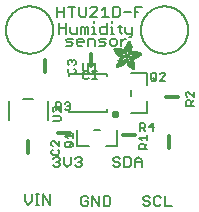
<source format=gbr>
G04 EAGLE Gerber RS-274X export*
G75*
%MOMM*%
%FSLAX34Y34*%
%LPD*%
%INSilkscreen Top*%
%IPPOS*%
%AMOC8*
5,1,8,0,0,1.08239X$1,22.5*%
G01*
%ADD10C,0.152400*%
%ADD11C,0.127000*%
%ADD12C,0.304800*%
%ADD13C,0.203200*%
%ADD14R,0.034300X0.003800*%
%ADD15R,0.057200X0.003800*%
%ADD16R,0.076200X0.003800*%
%ADD17R,0.091400X0.003800*%
%ADD18R,0.102900X0.003800*%
%ADD19R,0.114300X0.003900*%
%ADD20R,0.129500X0.003800*%
%ADD21R,0.137200X0.003800*%
%ADD22R,0.144800X0.003800*%
%ADD23R,0.152400X0.003800*%
%ADD24R,0.160000X0.003800*%
%ADD25R,0.171500X0.003800*%
%ADD26R,0.175300X0.003800*%
%ADD27R,0.182900X0.003800*%
%ADD28R,0.190500X0.003800*%
%ADD29R,0.194300X0.003900*%
%ADD30R,0.201900X0.003800*%
%ADD31R,0.209500X0.003800*%
%ADD32R,0.213400X0.003800*%
%ADD33R,0.221000X0.003800*%
%ADD34R,0.224800X0.003800*%
%ADD35R,0.232400X0.003800*%
%ADD36R,0.240000X0.003800*%
%ADD37R,0.243800X0.003800*%
%ADD38R,0.247600X0.003800*%
%ADD39R,0.255300X0.003900*%
%ADD40R,0.259100X0.003800*%
%ADD41R,0.262900X0.003800*%
%ADD42R,0.270500X0.003800*%
%ADD43R,0.274300X0.003800*%
%ADD44R,0.281900X0.003800*%
%ADD45R,0.285700X0.003800*%
%ADD46R,0.289500X0.003800*%
%ADD47R,0.297200X0.003800*%
%ADD48R,0.301000X0.003800*%
%ADD49R,0.304800X0.003900*%
%ADD50R,0.312400X0.003800*%
%ADD51R,0.316200X0.003800*%
%ADD52R,0.320000X0.003800*%
%ADD53R,0.327600X0.003800*%
%ADD54R,0.331500X0.003800*%
%ADD55R,0.339100X0.003800*%
%ADD56R,0.342900X0.003800*%
%ADD57R,0.346700X0.003800*%
%ADD58R,0.354300X0.003800*%
%ADD59R,0.358100X0.003900*%
%ADD60R,0.361900X0.003800*%
%ADD61R,0.369600X0.003800*%
%ADD62R,0.373400X0.003800*%
%ADD63R,0.377200X0.003800*%
%ADD64R,0.384800X0.003800*%
%ADD65R,0.388600X0.003800*%
%ADD66R,0.396200X0.003800*%
%ADD67R,0.400000X0.003800*%
%ADD68R,0.403800X0.003800*%
%ADD69R,0.411500X0.003900*%
%ADD70R,0.415300X0.003800*%
%ADD71R,0.419100X0.003800*%
%ADD72R,0.045700X0.003800*%
%ADD73R,0.426700X0.003800*%
%ADD74R,0.072400X0.003800*%
%ADD75R,0.430500X0.003800*%
%ADD76R,0.095300X0.003800*%
%ADD77R,0.438100X0.003800*%
%ADD78R,0.110500X0.003800*%
%ADD79R,0.441900X0.003800*%
%ADD80R,0.445800X0.003800*%
%ADD81R,0.144700X0.003800*%
%ADD82R,0.453400X0.003800*%
%ADD83R,0.457200X0.003800*%
%ADD84R,0.175300X0.003900*%
%ADD85R,0.461000X0.003900*%
%ADD86R,0.468600X0.003800*%
%ADD87R,0.205800X0.003800*%
%ADD88R,0.472400X0.003800*%
%ADD89R,0.217200X0.003800*%
%ADD90R,0.476200X0.003800*%
%ADD91R,0.483900X0.003800*%
%ADD92R,0.247700X0.003800*%
%ADD93R,0.487700X0.003800*%
%ADD94R,0.495300X0.003800*%
%ADD95R,0.499100X0.003800*%
%ADD96R,0.502900X0.003800*%
%ADD97R,0.510500X0.003800*%
%ADD98R,0.308600X0.003900*%
%ADD99R,0.514300X0.003900*%
%ADD100R,0.323800X0.003800*%
%ADD101R,0.518100X0.003800*%
%ADD102R,0.335300X0.003800*%
%ADD103R,0.525800X0.003800*%
%ADD104R,0.529600X0.003800*%
%ADD105R,0.358100X0.003800*%
%ADD106R,0.533400X0.003800*%
%ADD107R,0.537200X0.003800*%
%ADD108R,0.381000X0.003800*%
%ADD109R,0.544800X0.003800*%
%ADD110R,0.392400X0.003800*%
%ADD111R,0.548600X0.003800*%
%ADD112R,0.552400X0.003800*%
%ADD113R,0.556200X0.003800*%
%ADD114R,0.422900X0.003900*%
%ADD115R,0.560100X0.003900*%
%ADD116R,0.434300X0.003800*%
%ADD117R,0.563900X0.003800*%
%ADD118R,0.567700X0.003800*%
%ADD119R,0.461000X0.003800*%
%ADD120R,0.571500X0.003800*%
%ADD121R,0.575300X0.003800*%
%ADD122R,0.480100X0.003800*%
%ADD123R,0.579100X0.003800*%
%ADD124R,0.491500X0.003800*%
%ADD125R,0.582900X0.003800*%
%ADD126R,0.586700X0.003800*%
%ADD127R,0.510600X0.003800*%
%ADD128R,0.590500X0.003800*%
%ADD129R,0.522000X0.003800*%
%ADD130R,0.594300X0.003800*%
%ADD131R,0.533400X0.003900*%
%ADD132R,0.598200X0.003900*%
%ADD133R,0.541000X0.003800*%
%ADD134R,0.602000X0.003800*%
%ADD135R,0.552500X0.003800*%
%ADD136R,0.605800X0.003800*%
%ADD137R,0.560100X0.003800*%
%ADD138R,0.609600X0.003800*%
%ADD139R,0.613400X0.003800*%
%ADD140R,0.583000X0.003800*%
%ADD141R,0.617200X0.003800*%
%ADD142R,0.594400X0.003800*%
%ADD143R,0.621000X0.003800*%
%ADD144R,0.598200X0.003800*%
%ADD145R,0.624800X0.003800*%
%ADD146R,0.613500X0.003900*%
%ADD147R,0.628600X0.003900*%
%ADD148R,0.632400X0.003800*%
%ADD149R,0.628600X0.003800*%
%ADD150R,0.636300X0.003800*%
%ADD151R,0.640100X0.003800*%
%ADD152R,0.636200X0.003800*%
%ADD153R,0.643900X0.003800*%
%ADD154R,0.647700X0.003800*%
%ADD155R,0.651500X0.003800*%
%ADD156R,0.659100X0.003800*%
%ADD157R,0.659100X0.003900*%
%ADD158R,0.655300X0.003900*%
%ADD159R,0.662900X0.003800*%
%ADD160R,0.655300X0.003800*%
%ADD161R,0.670500X0.003800*%
%ADD162R,0.670600X0.003800*%
%ADD163R,0.674400X0.003800*%
%ADD164R,0.682000X0.003800*%
%ADD165R,0.666700X0.003800*%
%ADD166R,0.685800X0.003800*%
%ADD167R,0.689600X0.003800*%
%ADD168R,0.693400X0.003900*%
%ADD169R,0.674400X0.003900*%
%ADD170R,0.697200X0.003800*%
%ADD171R,0.678200X0.003800*%
%ADD172R,0.697300X0.003800*%
%ADD173R,0.701100X0.003800*%
%ADD174R,0.704900X0.003800*%
%ADD175R,0.708700X0.003800*%
%ADD176R,0.712500X0.003800*%
%ADD177R,0.716300X0.003800*%
%ADD178R,0.720100X0.003900*%
%ADD179R,0.689600X0.003900*%
%ADD180R,0.720000X0.003800*%
%ADD181R,0.693400X0.003800*%
%ADD182R,0.723900X0.003800*%
%ADD183R,0.727700X0.003800*%
%ADD184R,0.731500X0.003800*%
%ADD185R,0.701000X0.003800*%
%ADD186R,0.735300X0.003800*%
%ADD187R,0.731500X0.003900*%
%ADD188R,0.701000X0.003900*%
%ADD189R,0.704800X0.003800*%
%ADD190R,0.739100X0.003800*%
%ADD191R,0.743000X0.003800*%
%ADD192R,0.739200X0.003800*%
%ADD193R,0.743000X0.003900*%
%ADD194R,0.704800X0.003900*%
%ADD195R,0.746800X0.003800*%
%ADD196R,0.746800X0.003900*%
%ADD197R,0.742900X0.003800*%
%ADD198R,0.746700X0.003800*%
%ADD199R,0.746700X0.003900*%
%ADD200R,1.428800X0.003800*%
%ADD201R,1.424900X0.003800*%
%ADD202R,1.421100X0.003900*%
%ADD203R,1.421100X0.003800*%
%ADD204R,1.417300X0.003800*%
%ADD205R,1.413500X0.003800*%
%ADD206R,1.409700X0.003800*%
%ADD207R,1.405900X0.003800*%
%ADD208R,1.402100X0.003800*%
%ADD209R,1.398300X0.003800*%
%ADD210R,0.983000X0.003900*%
%ADD211R,0.384800X0.003900*%
%ADD212R,0.971600X0.003800*%
%ADD213R,0.963900X0.003800*%
%ADD214R,0.956300X0.003800*%
%ADD215R,0.365800X0.003800*%
%ADD216R,0.952500X0.003800*%
%ADD217R,0.941000X0.003800*%
%ADD218R,0.358200X0.003800*%
%ADD219R,0.937200X0.003800*%
%ADD220R,0.933400X0.003800*%
%ADD221R,0.354400X0.003800*%
%ADD222R,0.925800X0.003800*%
%ADD223R,0.350500X0.003800*%
%ADD224R,0.922000X0.003800*%
%ADD225R,0.918200X0.003900*%
%ADD226R,0.346700X0.003900*%
%ADD227R,0.910600X0.003800*%
%ADD228R,0.906800X0.003800*%
%ADD229R,0.903000X0.003800*%
%ADD230R,0.339000X0.003800*%
%ADD231R,0.895300X0.003800*%
%ADD232R,0.335200X0.003800*%
%ADD233R,0.887700X0.003800*%
%ADD234R,0.883900X0.003800*%
%ADD235R,0.331400X0.003800*%
%ADD236R,0.880100X0.003800*%
%ADD237R,0.876300X0.003800*%
%ADD238R,0.468600X0.003900*%
%ADD239R,0.396200X0.003900*%
%ADD240R,0.323800X0.003900*%
%ADD241R,0.449600X0.003800*%
%ADD242R,0.323900X0.003800*%
%ADD243R,0.442000X0.003800*%
%ADD244R,0.434400X0.003800*%
%ADD245R,0.320100X0.003800*%
%ADD246R,0.316300X0.003800*%
%ADD247R,0.426800X0.003800*%
%ADD248R,0.327700X0.003800*%
%ADD249R,0.312500X0.003800*%
%ADD250R,0.422900X0.003800*%
%ADD251R,0.308600X0.003800*%
%ADD252R,0.293400X0.003800*%
%ADD253R,0.304800X0.003800*%
%ADD254R,0.419100X0.003900*%
%ADD255R,0.285700X0.003900*%
%ADD256R,0.301000X0.003900*%
%ADD257R,0.411500X0.003800*%
%ADD258R,0.407700X0.003800*%
%ADD259R,0.289600X0.003800*%
%ADD260R,0.285800X0.003800*%
%ADD261R,0.403900X0.003800*%
%ADD262R,0.228600X0.003800*%
%ADD263R,0.403900X0.003900*%
%ADD264R,0.221000X0.003900*%
%ADD265R,0.278100X0.003900*%
%ADD266R,0.400100X0.003800*%
%ADD267R,0.209600X0.003800*%
%ADD268R,0.266700X0.003800*%
%ADD269R,0.038100X0.003800*%
%ADD270R,0.194300X0.003800*%
%ADD271R,0.148600X0.003800*%
%ADD272R,0.259000X0.003800*%
%ADD273R,0.182800X0.003800*%
%ADD274R,0.186700X0.003800*%
%ADD275R,0.251400X0.003800*%
%ADD276R,0.179100X0.003800*%
%ADD277R,0.236200X0.003800*%
%ADD278R,0.243900X0.003900*%
%ADD279R,0.282000X0.003900*%
%ADD280R,0.167700X0.003800*%
%ADD281R,0.236300X0.003800*%
%ADD282R,0.396300X0.003800*%
%ADD283R,0.163900X0.003800*%
%ADD284R,0.392500X0.003800*%
%ADD285R,0.160100X0.003800*%
%ADD286R,0.586800X0.003800*%
%ADD287R,0.148500X0.003800*%
%ADD288R,0.140900X0.003800*%
%ADD289R,0.392400X0.003900*%
%ADD290R,0.140900X0.003900*%
%ADD291R,0.647700X0.003900*%
%ADD292R,0.133300X0.003800*%
%ADD293R,0.674300X0.003800*%
%ADD294R,0.388700X0.003800*%
%ADD295R,0.125700X0.003800*%
%ADD296R,0.121900X0.003800*%
%ADD297R,0.720100X0.003800*%
%ADD298R,0.118100X0.003800*%
%ADD299R,0.118100X0.003900*%
%ADD300R,0.739100X0.003900*%
%ADD301R,0.114300X0.003800*%
%ADD302R,0.754400X0.003800*%
%ADD303R,0.765800X0.003800*%
%ADD304R,0.773400X0.003800*%
%ADD305R,0.784800X0.003800*%
%ADD306R,0.118200X0.003800*%
%ADD307R,0.792500X0.003800*%
%ADD308R,0.803900X0.003800*%
%ADD309R,0.122000X0.003800*%
%ADD310R,0.815400X0.003800*%
%ADD311R,0.125800X0.003800*%
%ADD312R,0.826800X0.003800*%
%ADD313R,0.369500X0.003900*%
%ADD314R,0.133400X0.003900*%
%ADD315R,0.842000X0.003900*%
%ADD316R,0.365700X0.003800*%
%ADD317R,1.009700X0.003800*%
%ADD318R,1.013500X0.003800*%
%ADD319R,0.362000X0.003800*%
%ADD320R,1.024900X0.003800*%
%ADD321R,1.028700X0.003800*%
%ADD322R,1.036300X0.003800*%
%ADD323R,1.047800X0.003800*%
%ADD324R,1.055400X0.003800*%
%ADD325R,1.070600X0.003800*%
%ADD326R,0.030500X0.003800*%
%ADD327R,1.436400X0.003800*%
%ADD328R,1.562100X0.003900*%
%ADD329R,1.588700X0.003800*%
%ADD330R,1.607800X0.003800*%
%ADD331R,1.626900X0.003800*%
%ADD332R,1.642100X0.003800*%
%ADD333R,1.657400X0.003800*%
%ADD334R,1.676400X0.003800*%
%ADD335R,1.687800X0.003800*%
%ADD336R,1.703000X0.003800*%
%ADD337R,1.714500X0.003800*%
%ADD338R,1.726000X0.003900*%
%ADD339R,1.741200X0.003800*%
%ADD340R,0.914400X0.003800*%
%ADD341R,0.769600X0.003800*%
%ADD342R,0.884000X0.003800*%
%ADD343R,0.712400X0.003800*%
%ADD344R,0.880100X0.003900*%
%ADD345R,0.887800X0.003800*%
%ADD346R,0.891600X0.003800*%
%ADD347R,0.895400X0.003800*%
%ADD348R,0.251500X0.003800*%
%ADD349R,0.579200X0.003900*%
%ADD350R,0.243900X0.003800*%
%ADD351R,0.556300X0.003800*%
%ADD352R,0.255200X0.003800*%
%ADD353R,0.529500X0.003800*%
%ADD354R,0.731600X0.003800*%
%ADD355R,0.525800X0.003900*%
%ADD356R,0.281900X0.003900*%
%ADD357R,0.735400X0.003900*%
%ADD358R,0.300900X0.003800*%
%ADD359R,0.762000X0.003800*%
%ADD360R,0.518200X0.003800*%
%ADD361R,0.350600X0.003800*%
%ADD362R,0.796300X0.003800*%
%ADD363R,0.807800X0.003800*%
%ADD364R,0.506700X0.003800*%
%ADD365R,0.849600X0.003800*%
%ADD366R,0.506700X0.003900*%
%ADD367R,1.371600X0.003900*%
%ADD368R,1.207800X0.003800*%
%ADD369R,0.503000X0.003800*%
%ADD370R,0.141000X0.003800*%
%ADD371R,1.203900X0.003800*%
%ADD372R,1.204000X0.003800*%
%ADD373R,1.200200X0.003800*%
%ADD374R,0.499100X0.003900*%
%ADD375R,0.156200X0.003900*%
%ADD376R,1.196400X0.003900*%
%ADD377R,1.196400X0.003800*%
%ADD378R,0.163800X0.003800*%
%ADD379R,0.167600X0.003800*%
%ADD380R,1.192500X0.003800*%
%ADD381R,0.499200X0.003800*%
%ADD382R,1.188700X0.003800*%
%ADD383R,0.506800X0.003800*%
%ADD384R,1.184900X0.003800*%
%ADD385R,0.510600X0.003900*%
%ADD386R,0.209600X0.003900*%
%ADD387R,1.181100X0.003900*%
%ADD388R,0.514400X0.003800*%
%ADD389R,1.181100X0.003800*%
%ADD390R,1.177300X0.003800*%
%ADD391R,0.240100X0.003800*%
%ADD392R,1.173500X0.003800*%
%ADD393R,1.169700X0.003800*%
%ADD394R,1.165900X0.003800*%
%ADD395R,1.162100X0.003800*%
%ADD396R,0.929700X0.003900*%
%ADD397R,1.162100X0.003900*%
%ADD398R,0.929700X0.003800*%
%ADD399R,1.154500X0.003800*%
%ADD400R,0.933500X0.003800*%
%ADD401R,1.150600X0.003800*%
%ADD402R,0.937300X0.003800*%
%ADD403R,1.146800X0.003800*%
%ADD404R,0.941100X0.003800*%
%ADD405R,1.139200X0.003800*%
%ADD406R,0.944900X0.003800*%
%ADD407R,1.135400X0.003800*%
%ADD408R,0.948700X0.003800*%
%ADD409R,1.127800X0.003800*%
%ADD410R,1.124000X0.003800*%
%ADD411R,1.116400X0.003800*%
%ADD412R,0.956300X0.003900*%
%ADD413R,1.104900X0.003900*%
%ADD414R,0.960100X0.003800*%
%ADD415R,1.093500X0.003800*%
%ADD416R,1.085900X0.003800*%
%ADD417R,0.967800X0.003800*%
%ADD418R,1.074500X0.003800*%
%ADD419R,1.063000X0.003800*%
%ADD420R,0.975400X0.003800*%
%ADD421R,1.036400X0.003800*%
%ADD422R,0.979200X0.003800*%
%ADD423R,1.021000X0.003800*%
%ADD424R,0.983000X0.003800*%
%ADD425R,1.009600X0.003800*%
%ADD426R,0.986800X0.003800*%
%ADD427R,0.998200X0.003800*%
%ADD428R,0.990600X0.003900*%
%ADD429R,0.986700X0.003900*%
%ADD430R,0.994400X0.003800*%
%ADD431R,0.975300X0.003800*%
%ADD432R,0.948600X0.003800*%
%ADD433R,1.002000X0.003800*%
%ADD434R,0.213300X0.003800*%
%ADD435R,0.217100X0.003800*%
%ADD436R,1.017300X0.003800*%
%ADD437R,0.666800X0.003800*%
%ADD438R,0.220900X0.003800*%
%ADD439R,1.028700X0.003900*%
%ADD440R,0.224700X0.003900*%
%ADD441R,1.032500X0.003800*%
%ADD442R,1.040100X0.003800*%
%ADD443R,1.043900X0.003800*%
%ADD444R,0.548700X0.003800*%
%ADD445R,1.051500X0.003800*%
%ADD446R,1.055300X0.003800*%
%ADD447R,1.059100X0.003800*%
%ADD448R,1.062900X0.003800*%
%ADD449R,0.255300X0.003800*%
%ADD450R,1.066800X0.003900*%
%ADD451R,0.259100X0.003900*%
%ADD452R,0.457200X0.003900*%
%ADD453R,0.423000X0.003800*%
%ADD454R,1.082100X0.003800*%
%ADD455R,0.274400X0.003800*%
%ADD456R,0.278200X0.003800*%
%ADD457R,1.101100X0.003800*%
%ADD458R,0.278100X0.003800*%
%ADD459R,0.876300X0.003900*%
%ADD460R,0.236200X0.003900*%
%ADD461R,0.289600X0.003900*%
%ADD462R,0.247700X0.003900*%
%ADD463R,0.049500X0.003800*%
%ADD464R,0.640100X0.003900*%
%ADD465R,0.659200X0.003800*%
%ADD466R,0.663000X0.003800*%
%ADD467R,0.872500X0.003900*%
%ADD468R,0.666800X0.003900*%
%ADD469R,0.872500X0.003800*%
%ADD470R,0.868700X0.003800*%
%ADD471R,0.864900X0.003800*%
%ADD472R,0.861100X0.003800*%
%ADD473R,0.857300X0.003800*%
%ADD474R,0.853400X0.003800*%
%ADD475R,0.845800X0.003800*%
%ADD476R,0.682000X0.003900*%
%ADD477R,0.842000X0.003800*%
%ADD478R,0.834400X0.003800*%
%ADD479R,0.823000X0.003800*%
%ADD480R,0.815300X0.003800*%
%ADD481R,0.811500X0.003800*%
%ADD482R,0.788700X0.003800*%
%ADD483R,0.777300X0.003900*%
%ADD484R,0.750600X0.003800*%
%ADD485R,0.735400X0.003800*%
%ADD486R,0.727800X0.003800*%
%ADD487R,0.628700X0.003800*%
%ADD488R,0.575400X0.003800*%
%ADD489R,0.670600X0.003900*%
%ADD490R,0.655400X0.003800*%
%ADD491R,0.651500X0.003900*%
%ADD492R,0.624800X0.003900*%
%ADD493R,0.594400X0.003900*%
%ADD494R,0.563900X0.003900*%
%ADD495R,0.541100X0.003800*%
%ADD496R,0.537300X0.003800*%
%ADD497R,0.525700X0.003800*%
%ADD498R,0.525700X0.003900*%
%ADD499R,0.514300X0.003800*%
%ADD500R,0.480100X0.003900*%
%ADD501R,0.464800X0.003800*%
%ADD502R,0.442000X0.003900*%
%ADD503R,0.438200X0.003800*%
%ADD504R,0.430600X0.003800*%
%ADD505R,0.407600X0.003800*%
%ADD506R,0.403800X0.003900*%
%ADD507R,0.365700X0.003900*%
%ADD508R,0.327700X0.003900*%
%ADD509R,0.243800X0.003900*%
%ADD510R,0.205800X0.003900*%
%ADD511R,0.198100X0.003800*%
%ADD512R,0.163800X0.003900*%
%ADD513R,0.137100X0.003800*%
%ADD514R,0.091500X0.003900*%
%ADD515R,0.060900X0.003800*%


D10*
X21308Y13215D02*
X21308Y7453D01*
X24190Y4572D01*
X27071Y7453D01*
X27071Y13215D01*
X30664Y4572D02*
X33545Y4572D01*
X32104Y4572D02*
X32104Y13215D01*
X30664Y13215D02*
X33545Y13215D01*
X36900Y13215D02*
X36900Y4572D01*
X42663Y4572D02*
X36900Y13215D01*
X42663Y13215D02*
X42663Y4572D01*
X45149Y43525D02*
X46590Y44965D01*
X49471Y44965D01*
X50911Y43525D01*
X50911Y42084D01*
X49471Y40644D01*
X48030Y40644D01*
X49471Y40644D02*
X50911Y39203D01*
X50911Y37763D01*
X49471Y36322D01*
X46590Y36322D01*
X45149Y37763D01*
X54504Y39203D02*
X54504Y44965D01*
X54504Y39203D02*
X57386Y36322D01*
X60267Y39203D01*
X60267Y44965D01*
X63860Y43525D02*
X65300Y44965D01*
X68181Y44965D01*
X69622Y43525D01*
X69622Y42084D01*
X68181Y40644D01*
X66741Y40644D01*
X68181Y40644D02*
X69622Y39203D01*
X69622Y37763D01*
X68181Y36322D01*
X65300Y36322D01*
X63860Y37763D01*
X73601Y11945D02*
X75041Y10505D01*
X73601Y11945D02*
X70720Y11945D01*
X69279Y10505D01*
X69279Y4743D01*
X70720Y3302D01*
X73601Y3302D01*
X75041Y4743D01*
X75041Y7624D01*
X72160Y7624D01*
X78634Y11945D02*
X78634Y3302D01*
X84397Y3302D02*
X78634Y11945D01*
X84397Y11945D02*
X84397Y3302D01*
X87990Y3302D02*
X87990Y11945D01*
X87990Y3302D02*
X92311Y3302D01*
X93752Y4743D01*
X93752Y10505D01*
X92311Y11945D01*
X87990Y11945D01*
X101711Y43525D02*
X100271Y44965D01*
X97390Y44965D01*
X95949Y43525D01*
X95949Y42084D01*
X97390Y40644D01*
X100271Y40644D01*
X101711Y39203D01*
X101711Y37763D01*
X100271Y36322D01*
X97390Y36322D01*
X95949Y37763D01*
X105304Y36322D02*
X105304Y44965D01*
X105304Y36322D02*
X109626Y36322D01*
X111067Y37763D01*
X111067Y43525D01*
X109626Y44965D01*
X105304Y44965D01*
X114660Y42084D02*
X114660Y36322D01*
X114660Y42084D02*
X117541Y44965D01*
X120422Y42084D01*
X120422Y36322D01*
X120422Y40644D02*
X114660Y40644D01*
X125671Y11945D02*
X127111Y10505D01*
X125671Y11945D02*
X122790Y11945D01*
X121349Y10505D01*
X121349Y9064D01*
X122790Y7624D01*
X125671Y7624D01*
X127111Y6183D01*
X127111Y4743D01*
X125671Y3302D01*
X122790Y3302D01*
X121349Y4743D01*
X135026Y11945D02*
X136467Y10505D01*
X135026Y11945D02*
X132145Y11945D01*
X130704Y10505D01*
X130704Y4743D01*
X132145Y3302D01*
X135026Y3302D01*
X136467Y4743D01*
X140060Y3302D02*
X140060Y11945D01*
X140060Y3302D02*
X145822Y3302D01*
D11*
X48895Y163195D02*
X48895Y172093D01*
X48895Y167644D02*
X54827Y167644D01*
X54827Y172093D02*
X54827Y163195D01*
X61216Y163195D02*
X61216Y172093D01*
X58250Y172093D02*
X64182Y172093D01*
X67605Y172093D02*
X67605Y164678D01*
X69088Y163195D01*
X72054Y163195D01*
X73537Y164678D01*
X73537Y172093D01*
X76961Y163195D02*
X82892Y163195D01*
X76961Y163195D02*
X82892Y169127D01*
X82892Y170610D01*
X81409Y172093D01*
X78443Y172093D01*
X76961Y170610D01*
X86316Y169127D02*
X89282Y172093D01*
X89282Y163195D01*
X92247Y163195D02*
X86316Y163195D01*
X95671Y163195D02*
X95671Y172093D01*
X95671Y163195D02*
X100120Y163195D01*
X101603Y164678D01*
X101603Y170610D01*
X100120Y172093D01*
X95671Y172093D01*
X105026Y167644D02*
X110958Y167644D01*
X114381Y163195D02*
X114381Y172093D01*
X120313Y172093D01*
X117347Y167644D02*
X114381Y167644D01*
X50442Y158123D02*
X50442Y149225D01*
X50442Y153674D02*
X56374Y153674D01*
X56374Y158123D02*
X56374Y149225D01*
X59797Y150708D02*
X59797Y155157D01*
X59797Y150708D02*
X61280Y149225D01*
X65729Y149225D01*
X65729Y155157D01*
X69152Y155157D02*
X69152Y149225D01*
X69152Y155157D02*
X70635Y155157D01*
X72118Y153674D01*
X72118Y149225D01*
X72118Y153674D02*
X73601Y155157D01*
X75084Y153674D01*
X75084Y149225D01*
X78507Y155157D02*
X79990Y155157D01*
X79990Y149225D01*
X78507Y149225D02*
X81473Y149225D01*
X79990Y158123D02*
X79990Y159606D01*
X90676Y158123D02*
X90676Y149225D01*
X86227Y149225D01*
X84744Y150708D01*
X84744Y153674D01*
X86227Y155157D01*
X90676Y155157D01*
X94099Y155157D02*
X95582Y155157D01*
X95582Y149225D01*
X94099Y149225D02*
X97065Y149225D01*
X95582Y158123D02*
X95582Y159606D01*
X101819Y156640D02*
X101819Y150708D01*
X103302Y149225D01*
X103302Y155157D02*
X100336Y155157D01*
X106573Y155157D02*
X106573Y150708D01*
X108056Y149225D01*
X112505Y149225D01*
X112505Y147742D02*
X112505Y155157D01*
X112505Y147742D02*
X111022Y146259D01*
X109539Y146259D01*
X60348Y139065D02*
X55899Y139065D01*
X60348Y139065D02*
X61831Y140548D01*
X60348Y142031D01*
X57382Y142031D01*
X55899Y143514D01*
X57382Y144997D01*
X61831Y144997D01*
X66737Y139065D02*
X69703Y139065D01*
X66737Y139065D02*
X65254Y140548D01*
X65254Y143514D01*
X66737Y144997D01*
X69703Y144997D01*
X71186Y143514D01*
X71186Y142031D01*
X65254Y142031D01*
X74609Y139065D02*
X74609Y144997D01*
X79058Y144997D01*
X80541Y143514D01*
X80541Y139065D01*
X83965Y139065D02*
X88413Y139065D01*
X89896Y140548D01*
X88413Y142031D01*
X85448Y142031D01*
X83965Y143514D01*
X85448Y144997D01*
X89896Y144997D01*
X94803Y139065D02*
X97769Y139065D01*
X99252Y140548D01*
X99252Y143514D01*
X97769Y144997D01*
X94803Y144997D01*
X93320Y143514D01*
X93320Y140548D01*
X94803Y139065D01*
X102675Y139065D02*
X102675Y144997D01*
X102675Y142031D02*
X105641Y144997D01*
X107124Y144997D01*
D12*
X96530Y80960D02*
X96532Y81037D01*
X96538Y81114D01*
X96548Y81191D01*
X96562Y81267D01*
X96579Y81342D01*
X96601Y81416D01*
X96626Y81489D01*
X96656Y81561D01*
X96688Y81631D01*
X96725Y81699D01*
X96764Y81765D01*
X96807Y81829D01*
X96854Y81891D01*
X96903Y81950D01*
X96956Y82007D01*
X97011Y82061D01*
X97069Y82112D01*
X97130Y82160D01*
X97193Y82205D01*
X97258Y82246D01*
X97325Y82284D01*
X97394Y82319D01*
X97465Y82349D01*
X97537Y82377D01*
X97611Y82400D01*
X97685Y82420D01*
X97761Y82436D01*
X97837Y82448D01*
X97914Y82456D01*
X97991Y82460D01*
X98069Y82460D01*
X98146Y82456D01*
X98223Y82448D01*
X98299Y82436D01*
X98375Y82420D01*
X98449Y82400D01*
X98523Y82377D01*
X98595Y82349D01*
X98666Y82319D01*
X98735Y82284D01*
X98802Y82246D01*
X98867Y82205D01*
X98930Y82160D01*
X98991Y82112D01*
X99049Y82061D01*
X99104Y82007D01*
X99157Y81950D01*
X99206Y81891D01*
X99253Y81829D01*
X99296Y81765D01*
X99335Y81699D01*
X99372Y81631D01*
X99404Y81561D01*
X99434Y81489D01*
X99459Y81416D01*
X99481Y81342D01*
X99498Y81267D01*
X99512Y81191D01*
X99522Y81114D01*
X99528Y81037D01*
X99530Y80960D01*
X99528Y80883D01*
X99522Y80806D01*
X99512Y80729D01*
X99498Y80653D01*
X99481Y80578D01*
X99459Y80504D01*
X99434Y80431D01*
X99404Y80359D01*
X99372Y80289D01*
X99335Y80221D01*
X99296Y80155D01*
X99253Y80091D01*
X99206Y80029D01*
X99157Y79970D01*
X99104Y79913D01*
X99049Y79859D01*
X98991Y79808D01*
X98930Y79760D01*
X98867Y79715D01*
X98802Y79674D01*
X98735Y79636D01*
X98666Y79601D01*
X98595Y79571D01*
X98523Y79543D01*
X98449Y79520D01*
X98375Y79500D01*
X98299Y79484D01*
X98223Y79472D01*
X98146Y79464D01*
X98069Y79460D01*
X97991Y79460D01*
X97914Y79464D01*
X97837Y79472D01*
X97761Y79484D01*
X97685Y79500D01*
X97611Y79520D01*
X97537Y79543D01*
X97465Y79571D01*
X97394Y79601D01*
X97325Y79636D01*
X97258Y79674D01*
X97193Y79715D01*
X97130Y79760D01*
X97069Y79808D01*
X97011Y79859D01*
X96956Y79913D01*
X96903Y79970D01*
X96854Y80029D01*
X96807Y80091D01*
X96764Y80155D01*
X96725Y80221D01*
X96688Y80289D01*
X96656Y80359D01*
X96626Y80431D01*
X96601Y80504D01*
X96579Y80578D01*
X96562Y80653D01*
X96548Y80729D01*
X96538Y80806D01*
X96532Y80883D01*
X96530Y80960D01*
D11*
X58930Y113060D02*
X58930Y115060D01*
X90930Y115060D01*
X90930Y113060D01*
X58930Y85060D02*
X58930Y83060D01*
X90930Y83060D01*
X90930Y85060D01*
D10*
X70792Y118704D02*
X70792Y124212D01*
X70792Y118704D02*
X71894Y117602D01*
X74097Y117602D01*
X75198Y118704D01*
X75198Y124212D01*
X78276Y122008D02*
X80479Y124212D01*
X80479Y117602D01*
X78276Y117602D02*
X82683Y117602D01*
D13*
X5400Y152400D02*
X5406Y152891D01*
X5424Y153381D01*
X5454Y153871D01*
X5496Y154360D01*
X5550Y154848D01*
X5616Y155335D01*
X5694Y155819D01*
X5784Y156302D01*
X5886Y156782D01*
X5999Y157260D01*
X6124Y157734D01*
X6261Y158206D01*
X6409Y158674D01*
X6569Y159138D01*
X6740Y159598D01*
X6922Y160054D01*
X7116Y160505D01*
X7320Y160951D01*
X7536Y161392D01*
X7762Y161828D01*
X7998Y162258D01*
X8245Y162682D01*
X8503Y163100D01*
X8771Y163511D01*
X9048Y163916D01*
X9336Y164314D01*
X9633Y164705D01*
X9940Y165088D01*
X10256Y165463D01*
X10581Y165831D01*
X10915Y166191D01*
X11258Y166542D01*
X11609Y166885D01*
X11969Y167219D01*
X12337Y167544D01*
X12712Y167860D01*
X13095Y168167D01*
X13486Y168464D01*
X13884Y168752D01*
X14289Y169029D01*
X14700Y169297D01*
X15118Y169555D01*
X15542Y169802D01*
X15972Y170038D01*
X16408Y170264D01*
X16849Y170480D01*
X17295Y170684D01*
X17746Y170878D01*
X18202Y171060D01*
X18662Y171231D01*
X19126Y171391D01*
X19594Y171539D01*
X20066Y171676D01*
X20540Y171801D01*
X21018Y171914D01*
X21498Y172016D01*
X21981Y172106D01*
X22465Y172184D01*
X22952Y172250D01*
X23440Y172304D01*
X23929Y172346D01*
X24419Y172376D01*
X24909Y172394D01*
X25400Y172400D01*
X25891Y172394D01*
X26381Y172376D01*
X26871Y172346D01*
X27360Y172304D01*
X27848Y172250D01*
X28335Y172184D01*
X28819Y172106D01*
X29302Y172016D01*
X29782Y171914D01*
X30260Y171801D01*
X30734Y171676D01*
X31206Y171539D01*
X31674Y171391D01*
X32138Y171231D01*
X32598Y171060D01*
X33054Y170878D01*
X33505Y170684D01*
X33951Y170480D01*
X34392Y170264D01*
X34828Y170038D01*
X35258Y169802D01*
X35682Y169555D01*
X36100Y169297D01*
X36511Y169029D01*
X36916Y168752D01*
X37314Y168464D01*
X37705Y168167D01*
X38088Y167860D01*
X38463Y167544D01*
X38831Y167219D01*
X39191Y166885D01*
X39542Y166542D01*
X39885Y166191D01*
X40219Y165831D01*
X40544Y165463D01*
X40860Y165088D01*
X41167Y164705D01*
X41464Y164314D01*
X41752Y163916D01*
X42029Y163511D01*
X42297Y163100D01*
X42555Y162682D01*
X42802Y162258D01*
X43038Y161828D01*
X43264Y161392D01*
X43480Y160951D01*
X43684Y160505D01*
X43878Y160054D01*
X44060Y159598D01*
X44231Y159138D01*
X44391Y158674D01*
X44539Y158206D01*
X44676Y157734D01*
X44801Y157260D01*
X44914Y156782D01*
X45016Y156302D01*
X45106Y155819D01*
X45184Y155335D01*
X45250Y154848D01*
X45304Y154360D01*
X45346Y153871D01*
X45376Y153381D01*
X45394Y152891D01*
X45400Y152400D01*
X45394Y151909D01*
X45376Y151419D01*
X45346Y150929D01*
X45304Y150440D01*
X45250Y149952D01*
X45184Y149465D01*
X45106Y148981D01*
X45016Y148498D01*
X44914Y148018D01*
X44801Y147540D01*
X44676Y147066D01*
X44539Y146594D01*
X44391Y146126D01*
X44231Y145662D01*
X44060Y145202D01*
X43878Y144746D01*
X43684Y144295D01*
X43480Y143849D01*
X43264Y143408D01*
X43038Y142972D01*
X42802Y142542D01*
X42555Y142118D01*
X42297Y141700D01*
X42029Y141289D01*
X41752Y140884D01*
X41464Y140486D01*
X41167Y140095D01*
X40860Y139712D01*
X40544Y139337D01*
X40219Y138969D01*
X39885Y138609D01*
X39542Y138258D01*
X39191Y137915D01*
X38831Y137581D01*
X38463Y137256D01*
X38088Y136940D01*
X37705Y136633D01*
X37314Y136336D01*
X36916Y136048D01*
X36511Y135771D01*
X36100Y135503D01*
X35682Y135245D01*
X35258Y134998D01*
X34828Y134762D01*
X34392Y134536D01*
X33951Y134320D01*
X33505Y134116D01*
X33054Y133922D01*
X32598Y133740D01*
X32138Y133569D01*
X31674Y133409D01*
X31206Y133261D01*
X30734Y133124D01*
X30260Y132999D01*
X29782Y132886D01*
X29302Y132784D01*
X28819Y132694D01*
X28335Y132616D01*
X27848Y132550D01*
X27360Y132496D01*
X26871Y132454D01*
X26381Y132424D01*
X25891Y132406D01*
X25400Y132400D01*
X24909Y132406D01*
X24419Y132424D01*
X23929Y132454D01*
X23440Y132496D01*
X22952Y132550D01*
X22465Y132616D01*
X21981Y132694D01*
X21498Y132784D01*
X21018Y132886D01*
X20540Y132999D01*
X20066Y133124D01*
X19594Y133261D01*
X19126Y133409D01*
X18662Y133569D01*
X18202Y133740D01*
X17746Y133922D01*
X17295Y134116D01*
X16849Y134320D01*
X16408Y134536D01*
X15972Y134762D01*
X15542Y134998D01*
X15118Y135245D01*
X14700Y135503D01*
X14289Y135771D01*
X13884Y136048D01*
X13486Y136336D01*
X13095Y136633D01*
X12712Y136940D01*
X12337Y137256D01*
X11969Y137581D01*
X11609Y137915D01*
X11258Y138258D01*
X10915Y138609D01*
X10581Y138969D01*
X10256Y139337D01*
X9940Y139712D01*
X9633Y140095D01*
X9336Y140486D01*
X9048Y140884D01*
X8771Y141289D01*
X8503Y141700D01*
X8245Y142118D01*
X7998Y142542D01*
X7762Y142972D01*
X7536Y143408D01*
X7320Y143849D01*
X7116Y144295D01*
X6922Y144746D01*
X6740Y145202D01*
X6569Y145662D01*
X6409Y146126D01*
X6261Y146594D01*
X6124Y147066D01*
X5999Y147540D01*
X5886Y148018D01*
X5784Y148498D01*
X5694Y148981D01*
X5616Y149465D01*
X5550Y149952D01*
X5496Y150440D01*
X5454Y150929D01*
X5424Y151419D01*
X5406Y151909D01*
X5400Y152400D01*
X119700Y152400D02*
X119706Y152891D01*
X119724Y153381D01*
X119754Y153871D01*
X119796Y154360D01*
X119850Y154848D01*
X119916Y155335D01*
X119994Y155819D01*
X120084Y156302D01*
X120186Y156782D01*
X120299Y157260D01*
X120424Y157734D01*
X120561Y158206D01*
X120709Y158674D01*
X120869Y159138D01*
X121040Y159598D01*
X121222Y160054D01*
X121416Y160505D01*
X121620Y160951D01*
X121836Y161392D01*
X122062Y161828D01*
X122298Y162258D01*
X122545Y162682D01*
X122803Y163100D01*
X123071Y163511D01*
X123348Y163916D01*
X123636Y164314D01*
X123933Y164705D01*
X124240Y165088D01*
X124556Y165463D01*
X124881Y165831D01*
X125215Y166191D01*
X125558Y166542D01*
X125909Y166885D01*
X126269Y167219D01*
X126637Y167544D01*
X127012Y167860D01*
X127395Y168167D01*
X127786Y168464D01*
X128184Y168752D01*
X128589Y169029D01*
X129000Y169297D01*
X129418Y169555D01*
X129842Y169802D01*
X130272Y170038D01*
X130708Y170264D01*
X131149Y170480D01*
X131595Y170684D01*
X132046Y170878D01*
X132502Y171060D01*
X132962Y171231D01*
X133426Y171391D01*
X133894Y171539D01*
X134366Y171676D01*
X134840Y171801D01*
X135318Y171914D01*
X135798Y172016D01*
X136281Y172106D01*
X136765Y172184D01*
X137252Y172250D01*
X137740Y172304D01*
X138229Y172346D01*
X138719Y172376D01*
X139209Y172394D01*
X139700Y172400D01*
X140191Y172394D01*
X140681Y172376D01*
X141171Y172346D01*
X141660Y172304D01*
X142148Y172250D01*
X142635Y172184D01*
X143119Y172106D01*
X143602Y172016D01*
X144082Y171914D01*
X144560Y171801D01*
X145034Y171676D01*
X145506Y171539D01*
X145974Y171391D01*
X146438Y171231D01*
X146898Y171060D01*
X147354Y170878D01*
X147805Y170684D01*
X148251Y170480D01*
X148692Y170264D01*
X149128Y170038D01*
X149558Y169802D01*
X149982Y169555D01*
X150400Y169297D01*
X150811Y169029D01*
X151216Y168752D01*
X151614Y168464D01*
X152005Y168167D01*
X152388Y167860D01*
X152763Y167544D01*
X153131Y167219D01*
X153491Y166885D01*
X153842Y166542D01*
X154185Y166191D01*
X154519Y165831D01*
X154844Y165463D01*
X155160Y165088D01*
X155467Y164705D01*
X155764Y164314D01*
X156052Y163916D01*
X156329Y163511D01*
X156597Y163100D01*
X156855Y162682D01*
X157102Y162258D01*
X157338Y161828D01*
X157564Y161392D01*
X157780Y160951D01*
X157984Y160505D01*
X158178Y160054D01*
X158360Y159598D01*
X158531Y159138D01*
X158691Y158674D01*
X158839Y158206D01*
X158976Y157734D01*
X159101Y157260D01*
X159214Y156782D01*
X159316Y156302D01*
X159406Y155819D01*
X159484Y155335D01*
X159550Y154848D01*
X159604Y154360D01*
X159646Y153871D01*
X159676Y153381D01*
X159694Y152891D01*
X159700Y152400D01*
X159694Y151909D01*
X159676Y151419D01*
X159646Y150929D01*
X159604Y150440D01*
X159550Y149952D01*
X159484Y149465D01*
X159406Y148981D01*
X159316Y148498D01*
X159214Y148018D01*
X159101Y147540D01*
X158976Y147066D01*
X158839Y146594D01*
X158691Y146126D01*
X158531Y145662D01*
X158360Y145202D01*
X158178Y144746D01*
X157984Y144295D01*
X157780Y143849D01*
X157564Y143408D01*
X157338Y142972D01*
X157102Y142542D01*
X156855Y142118D01*
X156597Y141700D01*
X156329Y141289D01*
X156052Y140884D01*
X155764Y140486D01*
X155467Y140095D01*
X155160Y139712D01*
X154844Y139337D01*
X154519Y138969D01*
X154185Y138609D01*
X153842Y138258D01*
X153491Y137915D01*
X153131Y137581D01*
X152763Y137256D01*
X152388Y136940D01*
X152005Y136633D01*
X151614Y136336D01*
X151216Y136048D01*
X150811Y135771D01*
X150400Y135503D01*
X149982Y135245D01*
X149558Y134998D01*
X149128Y134762D01*
X148692Y134536D01*
X148251Y134320D01*
X147805Y134116D01*
X147354Y133922D01*
X146898Y133740D01*
X146438Y133569D01*
X145974Y133409D01*
X145506Y133261D01*
X145034Y133124D01*
X144560Y132999D01*
X144082Y132886D01*
X143602Y132784D01*
X143119Y132694D01*
X142635Y132616D01*
X142148Y132550D01*
X141660Y132496D01*
X141171Y132454D01*
X140681Y132424D01*
X140191Y132406D01*
X139700Y132400D01*
X139209Y132406D01*
X138719Y132424D01*
X138229Y132454D01*
X137740Y132496D01*
X137252Y132550D01*
X136765Y132616D01*
X136281Y132694D01*
X135798Y132784D01*
X135318Y132886D01*
X134840Y132999D01*
X134366Y133124D01*
X133894Y133261D01*
X133426Y133409D01*
X132962Y133569D01*
X132502Y133740D01*
X132046Y133922D01*
X131595Y134116D01*
X131149Y134320D01*
X130708Y134536D01*
X130272Y134762D01*
X129842Y134998D01*
X129418Y135245D01*
X129000Y135503D01*
X128589Y135771D01*
X128184Y136048D01*
X127786Y136336D01*
X127395Y136633D01*
X127012Y136940D01*
X126637Y137256D01*
X126269Y137581D01*
X125909Y137915D01*
X125558Y138258D01*
X125215Y138609D01*
X124881Y138969D01*
X124556Y139337D01*
X124240Y139712D01*
X123933Y140095D01*
X123636Y140486D01*
X123348Y140884D01*
X123071Y141289D01*
X122803Y141700D01*
X122545Y142118D01*
X122298Y142542D01*
X122062Y142972D01*
X121836Y143408D01*
X121620Y143849D01*
X121416Y144295D01*
X121222Y144746D01*
X121040Y145202D01*
X120869Y145662D01*
X120709Y146126D01*
X120561Y146594D01*
X120424Y147066D01*
X120299Y147540D01*
X120186Y148018D01*
X120084Y148498D01*
X119994Y148981D01*
X119916Y149465D01*
X119850Y149952D01*
X119796Y150440D01*
X119754Y150929D01*
X119724Y151419D01*
X119706Y151909D01*
X119700Y152400D01*
D12*
X24130Y58420D02*
X24130Y48260D01*
D10*
X43936Y50059D02*
X45038Y51160D01*
X43936Y50059D02*
X43936Y47855D01*
X45038Y46754D01*
X49444Y46754D01*
X50546Y47855D01*
X50546Y50059D01*
X49444Y51160D01*
X50546Y54238D02*
X50546Y58644D01*
X50546Y54238D02*
X46140Y58644D01*
X45038Y58644D01*
X43936Y57543D01*
X43936Y55339D01*
X45038Y54238D01*
D13*
X7630Y75820D02*
X7630Y91820D01*
X40630Y91820D02*
X40630Y75820D01*
X28130Y94320D02*
X20130Y94320D01*
D10*
X45206Y75234D02*
X50714Y75234D01*
X51816Y76335D01*
X51816Y78539D01*
X50714Y79640D01*
X45206Y79640D01*
X51816Y82718D02*
X51816Y87124D01*
X51816Y82718D02*
X47410Y87124D01*
X46308Y87124D01*
X45206Y86023D01*
X45206Y83819D01*
X46308Y82718D01*
D12*
X104140Y63500D02*
X114300Y63500D01*
D10*
X118358Y51562D02*
X124968Y51562D01*
X118358Y51562D02*
X118358Y54867D01*
X119460Y55968D01*
X121663Y55968D01*
X122765Y54867D01*
X122765Y51562D01*
X122765Y53765D02*
X124968Y55968D01*
X120562Y59046D02*
X118358Y61249D01*
X124968Y61249D01*
X124968Y59046D02*
X124968Y63453D01*
D12*
X140970Y95250D02*
X151130Y95250D01*
D10*
X157728Y88392D02*
X164338Y88392D01*
X157728Y88392D02*
X157728Y91697D01*
X158830Y92798D01*
X161033Y92798D01*
X162135Y91697D01*
X162135Y88392D01*
X162135Y90595D02*
X164338Y92798D01*
X164338Y95876D02*
X164338Y100283D01*
X159932Y100283D02*
X164338Y95876D01*
X159932Y100283D02*
X158830Y100283D01*
X157728Y99181D01*
X157728Y96978D01*
X158830Y95876D01*
D12*
X143510Y62230D02*
X143510Y52070D01*
D10*
X118872Y66802D02*
X118872Y73412D01*
X122177Y73412D01*
X123278Y72310D01*
X123278Y70107D01*
X122177Y69005D01*
X118872Y69005D01*
X121075Y69005D02*
X123278Y66802D01*
X129661Y66802D02*
X129661Y73412D01*
X126356Y70107D01*
X130763Y70107D01*
D12*
X59690Y64770D02*
X49530Y64770D01*
D10*
X47752Y84582D02*
X47752Y91192D01*
X51057Y91192D01*
X52158Y90090D01*
X52158Y87887D01*
X51057Y86785D01*
X47752Y86785D01*
X49955Y86785D02*
X52158Y84582D01*
X55236Y90090D02*
X56338Y91192D01*
X58541Y91192D01*
X59643Y90090D01*
X59643Y88988D01*
X58541Y87887D01*
X57439Y87887D01*
X58541Y87887D02*
X59643Y86785D01*
X59643Y85684D01*
X58541Y84582D01*
X56338Y84582D01*
X55236Y85684D01*
D13*
X99274Y67484D02*
X99274Y54356D01*
X89686Y54356D01*
X65826Y54356D02*
X65826Y67484D01*
X65826Y54356D02*
X75414Y54356D01*
X80326Y67564D02*
X84914Y67564D01*
D10*
X60874Y53104D02*
X56468Y53104D01*
X55366Y54205D01*
X55366Y56409D01*
X56468Y57510D01*
X60874Y57510D01*
X61976Y56409D01*
X61976Y54205D01*
X60874Y53104D01*
X59773Y55307D02*
X61976Y57510D01*
X57570Y60588D02*
X55366Y62791D01*
X61976Y62791D01*
X61976Y60588D02*
X61976Y64994D01*
D13*
X111586Y115784D02*
X124714Y115784D01*
X124714Y106196D01*
X124714Y82336D02*
X111586Y82336D01*
X124714Y82336D02*
X124714Y91924D01*
X111506Y96836D02*
X111506Y101424D01*
D10*
X128034Y110576D02*
X128034Y114982D01*
X129135Y116084D01*
X131339Y116084D01*
X132440Y114982D01*
X132440Y110576D01*
X131339Y109474D01*
X129135Y109474D01*
X128034Y110576D01*
X130237Y111677D02*
X132440Y109474D01*
X135518Y109474D02*
X139924Y109474D01*
X135518Y109474D02*
X139924Y113880D01*
X139924Y114982D01*
X138823Y116084D01*
X136619Y116084D01*
X135518Y114982D01*
D12*
X38100Y116840D02*
X38100Y127000D01*
D10*
X57906Y118639D02*
X59008Y119740D01*
X57906Y118639D02*
X57906Y116435D01*
X59008Y115334D01*
X63414Y115334D01*
X64516Y116435D01*
X64516Y118639D01*
X63414Y119740D01*
X59008Y122818D02*
X57906Y123919D01*
X57906Y126123D01*
X59008Y127224D01*
X60110Y127224D01*
X61211Y126123D01*
X61211Y125021D01*
X61211Y126123D02*
X62313Y127224D01*
X63414Y127224D01*
X64516Y126123D01*
X64516Y123919D01*
X63414Y122818D01*
D12*
X77470Y121920D02*
X77470Y132080D01*
D10*
X74189Y117354D02*
X75290Y116252D01*
X74189Y117354D02*
X71985Y117354D01*
X70884Y116252D01*
X70884Y111846D01*
X71985Y110744D01*
X74189Y110744D01*
X75290Y111846D01*
X78368Y115150D02*
X80571Y117354D01*
X80571Y110744D01*
X78368Y110744D02*
X82774Y110744D01*
D14*
X113589Y118110D03*
D15*
X113589Y118148D03*
D16*
X113570Y118186D03*
D17*
X113570Y118224D03*
D18*
X113589Y118262D03*
D19*
X113570Y118301D03*
D20*
X113570Y118339D03*
D21*
X113570Y118377D03*
D22*
X113570Y118415D03*
D23*
X113532Y118453D03*
D24*
X113532Y118491D03*
D25*
X113513Y118529D03*
D26*
X113494Y118567D03*
D27*
X113494Y118605D03*
D28*
X113456Y118643D03*
D29*
X113437Y118682D03*
D30*
X113437Y118720D03*
D31*
X113399Y118758D03*
D32*
X113379Y118796D03*
D33*
X113341Y118834D03*
D34*
X113322Y118872D03*
D35*
X113322Y118910D03*
D36*
X113284Y118948D03*
D37*
X113265Y118986D03*
D38*
X113246Y119024D03*
D39*
X113208Y119063D03*
D40*
X113189Y119101D03*
D41*
X113170Y119139D03*
D42*
X113132Y119177D03*
D43*
X113113Y119215D03*
D44*
X113075Y119253D03*
D45*
X113056Y119291D03*
D46*
X113037Y119329D03*
D47*
X112998Y119367D03*
D48*
X112979Y119405D03*
D49*
X112960Y119444D03*
D50*
X112922Y119482D03*
D51*
X112903Y119520D03*
D52*
X112884Y119558D03*
D53*
X112846Y119596D03*
D54*
X112827Y119634D03*
D55*
X112789Y119672D03*
D56*
X112770Y119710D03*
D57*
X112751Y119748D03*
D58*
X112713Y119786D03*
D59*
X112694Y119825D03*
D60*
X112675Y119863D03*
D61*
X112636Y119901D03*
D62*
X112617Y119939D03*
D63*
X112598Y119977D03*
D64*
X112560Y120015D03*
D65*
X112541Y120053D03*
D66*
X112503Y120091D03*
D67*
X112484Y120129D03*
D68*
X112465Y120167D03*
D69*
X112427Y120206D03*
D70*
X112408Y120244D03*
D71*
X112389Y120282D03*
D72*
X99626Y120320D03*
D73*
X112351Y120320D03*
D74*
X99644Y120358D03*
D75*
X112332Y120358D03*
D76*
X99683Y120396D03*
D77*
X112294Y120396D03*
D78*
X99721Y120434D03*
D79*
X112275Y120434D03*
D20*
X99740Y120472D03*
D80*
X112255Y120472D03*
D81*
X99778Y120510D03*
D82*
X112217Y120510D03*
D24*
X99816Y120548D03*
D83*
X112198Y120548D03*
D84*
X99854Y120587D03*
D85*
X112179Y120587D03*
D28*
X99892Y120625D03*
D86*
X112141Y120625D03*
D87*
X99930Y120663D03*
D88*
X112122Y120663D03*
D89*
X99987Y120701D03*
D90*
X112103Y120701D03*
D35*
X100025Y120739D03*
D91*
X112065Y120739D03*
D92*
X100064Y120777D03*
D93*
X112046Y120777D03*
D40*
X100121Y120815D03*
D94*
X112008Y120815D03*
D43*
X100159Y120853D03*
D95*
X111989Y120853D03*
D45*
X100216Y120891D03*
D96*
X111970Y120891D03*
D47*
X100273Y120929D03*
D97*
X111932Y120929D03*
D98*
X100330Y120968D03*
D99*
X111913Y120968D03*
D100*
X100368Y121006D03*
D101*
X111894Y121006D03*
D102*
X100426Y121044D03*
D103*
X111855Y121044D03*
D57*
X100483Y121082D03*
D104*
X111836Y121082D03*
D105*
X100540Y121120D03*
D106*
X111817Y121120D03*
D61*
X100597Y121158D03*
D107*
X111798Y121158D03*
D108*
X100654Y121196D03*
D109*
X111760Y121196D03*
D110*
X100711Y121234D03*
D111*
X111741Y121234D03*
D68*
X100768Y121272D03*
D112*
X111722Y121272D03*
D70*
X100826Y121310D03*
D113*
X111703Y121310D03*
D114*
X100902Y121349D03*
D115*
X111684Y121349D03*
D116*
X100959Y121387D03*
D117*
X111665Y121387D03*
D80*
X101016Y121425D03*
D118*
X111646Y121425D03*
D119*
X101092Y121463D03*
D120*
X111627Y121463D03*
D88*
X101149Y121501D03*
D121*
X111608Y121501D03*
D122*
X101226Y121539D03*
D123*
X111589Y121539D03*
D124*
X101283Y121577D03*
D125*
X111570Y121577D03*
D96*
X101340Y121615D03*
D126*
X111551Y121615D03*
D127*
X101416Y121653D03*
D128*
X111532Y121653D03*
D129*
X101473Y121691D03*
D130*
X111513Y121691D03*
D131*
X101530Y121730D03*
D132*
X111493Y121730D03*
D133*
X101606Y121768D03*
D134*
X111474Y121768D03*
D135*
X101664Y121806D03*
D136*
X111455Y121806D03*
D137*
X101702Y121844D03*
D136*
X111455Y121844D03*
D120*
X101759Y121882D03*
D138*
X111436Y121882D03*
D121*
X101816Y121920D03*
D139*
X111417Y121920D03*
D140*
X101854Y121958D03*
D141*
X111398Y121958D03*
D142*
X101911Y121996D03*
D143*
X111379Y121996D03*
D144*
X101968Y122034D03*
D143*
X111379Y122034D03*
D136*
X102006Y122072D03*
D145*
X111360Y122072D03*
D146*
X102045Y122111D03*
D147*
X111341Y122111D03*
D139*
X102083Y122149D03*
D148*
X111322Y122149D03*
D143*
X102121Y122187D03*
D148*
X111322Y122187D03*
D149*
X102159Y122225D03*
D150*
X111303Y122225D03*
D148*
X102216Y122263D03*
D151*
X111284Y122263D03*
D152*
X102235Y122301D03*
D153*
X111265Y122301D03*
X102274Y122339D03*
X111265Y122339D03*
D154*
X102331Y122377D03*
X111246Y122377D03*
D155*
X102350Y122415D03*
X111227Y122415D03*
D156*
X102388Y122453D03*
D155*
X111227Y122453D03*
D157*
X102426Y122492D03*
D158*
X111208Y122492D03*
D159*
X102445Y122530D03*
D160*
X111208Y122530D03*
D161*
X102483Y122568D03*
D156*
X111189Y122568D03*
D162*
X102521Y122606D03*
D159*
X111170Y122606D03*
D163*
X102540Y122644D03*
D159*
X111170Y122644D03*
D164*
X102578Y122682D03*
D165*
X111151Y122682D03*
D164*
X102616Y122720D03*
D165*
X111151Y122720D03*
D166*
X102635Y122758D03*
D161*
X111132Y122758D03*
D167*
X102654Y122796D03*
D161*
X111132Y122796D03*
D167*
X102692Y122834D03*
D163*
X111112Y122834D03*
D168*
X102711Y122873D03*
D169*
X111112Y122873D03*
D170*
X102730Y122911D03*
D171*
X111093Y122911D03*
D172*
X102769Y122949D03*
D171*
X111093Y122949D03*
D173*
X102788Y122987D03*
D171*
X111093Y122987D03*
D174*
X102807Y123025D03*
D164*
X111074Y123025D03*
D174*
X102845Y123063D03*
D164*
X111074Y123063D03*
D175*
X102864Y123101D03*
D166*
X111055Y123101D03*
D176*
X102883Y123139D03*
D166*
X111055Y123139D03*
D176*
X102921Y123177D03*
D166*
X111055Y123177D03*
D177*
X102940Y123215D03*
D167*
X111036Y123215D03*
D178*
X102959Y123254D03*
D179*
X111036Y123254D03*
D180*
X102997Y123292D03*
D181*
X111017Y123292D03*
D182*
X103017Y123330D03*
D181*
X111017Y123330D03*
D182*
X103017Y123368D03*
D181*
X111017Y123368D03*
D182*
X103055Y123406D03*
D181*
X111017Y123406D03*
D183*
X103074Y123444D03*
D170*
X110998Y123444D03*
D184*
X103093Y123482D03*
D170*
X110998Y123482D03*
D183*
X103112Y123520D03*
D170*
X110998Y123520D03*
D184*
X103131Y123558D03*
D185*
X110979Y123558D03*
D186*
X103150Y123596D03*
D185*
X110979Y123596D03*
D187*
X103169Y123635D03*
D188*
X110979Y123635D03*
D186*
X103188Y123673D03*
D185*
X110979Y123673D03*
D186*
X103188Y123711D03*
D189*
X110960Y123711D03*
D186*
X103226Y123749D03*
D185*
X110941Y123749D03*
D190*
X103245Y123787D03*
D185*
X110941Y123787D03*
D190*
X103245Y123825D03*
D185*
X110941Y123825D03*
D190*
X103283Y123863D03*
D185*
X110941Y123863D03*
D190*
X103283Y123901D03*
D185*
X110941Y123901D03*
D191*
X103302Y123939D03*
D189*
X110922Y123939D03*
D192*
X103321Y123977D03*
D189*
X110922Y123977D03*
D193*
X103340Y124016D03*
D194*
X110922Y124016D03*
D191*
X103340Y124054D03*
D189*
X110922Y124054D03*
D191*
X103378Y124092D03*
D189*
X110922Y124092D03*
D191*
X103378Y124130D03*
D189*
X110922Y124130D03*
D191*
X103378Y124168D03*
D189*
X110922Y124168D03*
D191*
X103416Y124206D03*
D185*
X110903Y124206D03*
D191*
X103416Y124244D03*
D185*
X110903Y124244D03*
D195*
X103435Y124282D03*
D185*
X110903Y124282D03*
D191*
X103454Y124320D03*
D185*
X110903Y124320D03*
D191*
X103454Y124358D03*
D185*
X110903Y124358D03*
D196*
X103473Y124397D03*
D188*
X110903Y124397D03*
D197*
X103493Y124435D03*
D185*
X110903Y124435D03*
D197*
X103493Y124473D03*
D170*
X110884Y124473D03*
D198*
X103512Y124511D03*
D170*
X110884Y124511D03*
D197*
X103531Y124549D03*
D170*
X110884Y124549D03*
D197*
X103531Y124587D03*
D170*
X110884Y124587D03*
D197*
X103531Y124625D03*
D170*
X110884Y124625D03*
D198*
X103550Y124663D03*
D181*
X110865Y124663D03*
D197*
X103569Y124701D03*
D181*
X110865Y124701D03*
D197*
X103569Y124739D03*
D181*
X110865Y124739D03*
D199*
X103588Y124778D03*
D168*
X110865Y124778D03*
D197*
X103607Y124816D03*
D167*
X110846Y124816D03*
D197*
X103607Y124854D03*
D167*
X110846Y124854D03*
D198*
X103626Y124892D03*
D167*
X110846Y124892D03*
D197*
X103645Y124930D03*
D167*
X110846Y124930D03*
D197*
X103645Y124968D03*
D166*
X110827Y124968D03*
D197*
X103645Y125006D03*
D166*
X110827Y125006D03*
D200*
X107112Y125044D03*
X107112Y125082D03*
D201*
X107093Y125120D03*
D202*
X107112Y125159D03*
D203*
X107112Y125197D03*
D204*
X107093Y125235D03*
D205*
X107112Y125273D03*
X107112Y125311D03*
D206*
X107093Y125349D03*
D207*
X107112Y125387D03*
X107112Y125425D03*
D208*
X107093Y125463D03*
D209*
X107112Y125501D03*
D210*
X105035Y125540D03*
D211*
X112141Y125540D03*
D212*
X104978Y125578D03*
D63*
X112179Y125578D03*
D213*
X104979Y125616D03*
D62*
X112198Y125616D03*
D214*
X104941Y125654D03*
D215*
X112198Y125654D03*
D216*
X104922Y125692D03*
D215*
X112198Y125692D03*
D217*
X104902Y125730D03*
D218*
X112198Y125730D03*
D219*
X104883Y125768D03*
D218*
X112198Y125768D03*
D220*
X104864Y125806D03*
D221*
X112179Y125806D03*
D222*
X104864Y125844D03*
D223*
X112199Y125844D03*
D224*
X104845Y125882D03*
D57*
X112180Y125882D03*
D225*
X104826Y125921D03*
D226*
X112180Y125921D03*
D227*
X104826Y125959D03*
D56*
X112161Y125959D03*
D228*
X104807Y125997D03*
D56*
X112161Y125997D03*
D229*
X104788Y126035D03*
D230*
X112141Y126035D03*
D231*
X104788Y126073D03*
D230*
X112141Y126073D03*
D231*
X104788Y126111D03*
D232*
X112122Y126111D03*
D233*
X104788Y126149D03*
D232*
X112122Y126149D03*
D234*
X104769Y126187D03*
D235*
X112103Y126187D03*
D236*
X104750Y126225D03*
D53*
X112084Y126225D03*
D237*
X104769Y126263D03*
D53*
X112084Y126263D03*
D238*
X102730Y126302D03*
D239*
X107131Y126302D03*
D240*
X112065Y126302D03*
D241*
X102673Y126340D03*
D61*
X107226Y126340D03*
D242*
X112027Y126340D03*
D243*
X102635Y126378D03*
D105*
X107284Y126378D03*
D242*
X112027Y126378D03*
D244*
X102635Y126416D03*
D57*
X107303Y126416D03*
D245*
X112008Y126416D03*
D244*
X102635Y126454D03*
D102*
X107322Y126454D03*
D246*
X111989Y126454D03*
D247*
X102635Y126492D03*
D248*
X107360Y126492D03*
D249*
X111970Y126492D03*
D247*
X102635Y126530D03*
D246*
X107379Y126530D03*
D249*
X111970Y126530D03*
D250*
X102655Y126568D03*
D251*
X107417Y126568D03*
D249*
X111932Y126568D03*
D250*
X102655Y126606D03*
D48*
X107417Y126606D03*
D251*
X111912Y126606D03*
D71*
X102674Y126644D03*
D252*
X107455Y126644D03*
D253*
X111893Y126644D03*
D254*
X102674Y126683D03*
D255*
X107455Y126683D03*
D256*
X111874Y126683D03*
D70*
X102693Y126721D03*
D43*
X107474Y126721D03*
D48*
X111836Y126721D03*
D70*
X102693Y126759D03*
D42*
X107493Y126759D03*
D47*
X111817Y126759D03*
D257*
X102712Y126797D03*
D41*
X107493Y126797D03*
D252*
X111798Y126797D03*
D257*
X102712Y126835D03*
D40*
X107512Y126835D03*
D252*
X111760Y126835D03*
D258*
X102731Y126873D03*
D38*
X107531Y126873D03*
D259*
X111741Y126873D03*
D258*
X102769Y126911D03*
D37*
X107550Y126911D03*
D260*
X111722Y126911D03*
D258*
X102769Y126949D03*
D36*
X107569Y126949D03*
D260*
X111684Y126949D03*
D261*
X102788Y126987D03*
D35*
X107569Y126987D03*
D44*
X111665Y126987D03*
D258*
X102807Y127025D03*
D262*
X107588Y127025D03*
D44*
X111627Y127025D03*
D263*
X102826Y127064D03*
D264*
X107588Y127064D03*
D265*
X111608Y127064D03*
D266*
X102845Y127102D03*
D89*
X107607Y127102D03*
D42*
X111570Y127102D03*
D261*
X102864Y127140D03*
D267*
X107607Y127140D03*
D42*
X111532Y127140D03*
D266*
X102883Y127178D03*
D87*
X107626Y127178D03*
D268*
X111513Y127178D03*
D269*
X113989Y127178D03*
D67*
X102921Y127216D03*
D30*
X107646Y127216D03*
D41*
X111456Y127216D03*
D78*
X114008Y127216D03*
D67*
X102921Y127254D03*
D270*
X107646Y127254D03*
D40*
X111437Y127254D03*
D271*
X114008Y127254D03*
D67*
X102959Y127292D03*
D28*
X107665Y127292D03*
D272*
X111398Y127292D03*
D273*
X114027Y127292D03*
D66*
X102978Y127330D03*
D274*
X107684Y127330D03*
D275*
X111360Y127330D03*
D32*
X114027Y127330D03*
D66*
X103016Y127368D03*
D276*
X107684Y127368D03*
D275*
X111322Y127368D03*
D277*
X114027Y127368D03*
D67*
X103035Y127406D03*
D276*
X107684Y127406D03*
D37*
X111284Y127406D03*
D272*
X114027Y127406D03*
D239*
X103054Y127445D03*
D84*
X107703Y127445D03*
D278*
X111246Y127445D03*
D279*
X114027Y127445D03*
D66*
X103092Y127483D03*
D280*
X107703Y127483D03*
D281*
X111208Y127483D03*
D48*
X114046Y127483D03*
D282*
X103131Y127521D03*
D283*
X107722Y127521D03*
D281*
X111170Y127521D03*
D52*
X114027Y127521D03*
D284*
X103150Y127559D03*
D285*
X107741Y127559D03*
D262*
X111131Y127559D03*
D56*
X114027Y127559D03*
D282*
X103169Y127597D03*
D285*
X107741Y127597D03*
D286*
X112884Y127597D03*
D282*
X103207Y127635D03*
D23*
X107740Y127635D03*
D144*
X112903Y127635D03*
D284*
X103226Y127673D03*
D287*
X107760Y127673D03*
D136*
X112941Y127673D03*
D110*
X103264Y127711D03*
D287*
X107760Y127711D03*
D143*
X112979Y127711D03*
D110*
X103302Y127749D03*
D81*
X107779Y127749D03*
D145*
X112998Y127749D03*
D110*
X103340Y127787D03*
D288*
X107798Y127787D03*
D150*
X113018Y127787D03*
D289*
X103378Y127826D03*
D290*
X107798Y127826D03*
D291*
X113037Y127826D03*
D65*
X103397Y127864D03*
D292*
X107798Y127864D03*
D160*
X113075Y127864D03*
D65*
X103435Y127902D03*
D292*
X107798Y127902D03*
D165*
X113094Y127902D03*
D65*
X103473Y127940D03*
D20*
X107817Y127940D03*
D293*
X113094Y127940D03*
D65*
X103511Y127978D03*
D20*
X107817Y127978D03*
D166*
X113113Y127978D03*
D294*
X103550Y128016D03*
D295*
X107836Y128016D03*
D181*
X113151Y128016D03*
D294*
X103588Y128054D03*
D295*
X107836Y128054D03*
D173*
X113151Y128054D03*
D65*
X103626Y128092D03*
D296*
X107855Y128092D03*
D176*
X113170Y128092D03*
D64*
X103683Y128130D03*
D296*
X107855Y128130D03*
D297*
X113170Y128130D03*
D64*
X103721Y128168D03*
D298*
X107874Y128168D03*
D183*
X113170Y128168D03*
D211*
X103759Y128207D03*
D299*
X107874Y128207D03*
D300*
X113189Y128207D03*
D64*
X103797Y128245D03*
D301*
X107893Y128245D03*
D195*
X113189Y128245D03*
D108*
X103854Y128283D03*
D298*
X107912Y128283D03*
D302*
X113189Y128283D03*
D108*
X103892Y128321D03*
D298*
X107912Y128321D03*
D303*
X113208Y128321D03*
D108*
X103969Y128359D03*
D298*
X107912Y128359D03*
D304*
X113208Y128359D03*
D108*
X104007Y128397D03*
D301*
X107931Y128397D03*
D305*
X113227Y128397D03*
D63*
X104064Y128435D03*
D306*
X107950Y128435D03*
D307*
X113227Y128435D03*
D62*
X104121Y128473D03*
D306*
X107950Y128473D03*
D308*
X113208Y128473D03*
D62*
X104197Y128511D03*
D309*
X107969Y128511D03*
D310*
X113227Y128511D03*
D62*
X104235Y128549D03*
D311*
X107988Y128549D03*
D312*
X113208Y128549D03*
D313*
X104331Y128588D03*
D314*
X108026Y128588D03*
D315*
X113208Y128588D03*
D316*
X104388Y128626D03*
D317*
X112408Y128626D03*
D215*
X104464Y128664D03*
D318*
X112427Y128664D03*
D319*
X104559Y128702D03*
D320*
X112446Y128702D03*
D105*
X104655Y128740D03*
D321*
X112465Y128740D03*
D58*
X104750Y128778D03*
D322*
X112465Y128778D03*
D223*
X104845Y128816D03*
D323*
X112484Y128816D03*
D57*
X104979Y128854D03*
D324*
X112484Y128854D03*
D57*
X105093Y128892D03*
D325*
X112484Y128892D03*
D326*
X102864Y128930D03*
D327*
X110693Y128930D03*
D328*
X110103Y128969D03*
D329*
X110046Y129007D03*
D330*
X109988Y129045D03*
D331*
X109970Y129083D03*
D332*
X109932Y129121D03*
D333*
X109893Y129159D03*
D334*
X109874Y129197D03*
D335*
X109855Y129235D03*
D336*
X109855Y129273D03*
D337*
X109836Y129311D03*
D338*
X109817Y129350D03*
D339*
X109817Y129388D03*
D340*
X105607Y129426D03*
D341*
X114713Y129426D03*
D231*
X105436Y129464D03*
D191*
X114884Y129464D03*
D234*
X105341Y129502D03*
D184*
X115018Y129502D03*
D342*
X105264Y129540D03*
D297*
X115113Y129540D03*
D234*
X105188Y129578D03*
D343*
X115227Y129578D03*
D236*
X105131Y129616D03*
D174*
X115304Y129616D03*
D236*
X105055Y129654D03*
D172*
X115380Y129654D03*
D236*
X105017Y129692D03*
D170*
X115456Y129692D03*
D344*
X104979Y129731D03*
D168*
X115513Y129731D03*
D345*
X104940Y129769D03*
D167*
X115608Y129769D03*
D345*
X104902Y129807D03*
D167*
X115646Y129807D03*
D346*
X104883Y129845D03*
D166*
X115703Y129845D03*
D347*
X104864Y129883D03*
D166*
X115780Y129883D03*
D229*
X104826Y129921D03*
D166*
X115818Y129921D03*
D228*
X104807Y129959D03*
D164*
X115875Y129959D03*
D227*
X104788Y129997D03*
D166*
X115932Y129997D03*
D138*
X103245Y130035D03*
D41*
X108027Y130035D03*
D166*
X115970Y130035D03*
D128*
X103112Y130073D03*
D348*
X108122Y130073D03*
D167*
X116027Y130073D03*
D349*
X103016Y130112D03*
D278*
X108160Y130112D03*
D179*
X116065Y130112D03*
D118*
X102921Y130150D03*
D350*
X108198Y130150D03*
D181*
X116084Y130150D03*
D117*
X102864Y130188D03*
D37*
X108236Y130188D03*
D172*
X116142Y130188D03*
D137*
X102769Y130226D03*
D38*
X108255Y130226D03*
D172*
X116180Y130226D03*
D351*
X102712Y130264D03*
D38*
X108293Y130264D03*
D174*
X116218Y130264D03*
D111*
X102635Y130302D03*
D275*
X108312Y130302D03*
D175*
X116237Y130302D03*
D133*
X102597Y130340D03*
D352*
X108331Y130340D03*
D176*
X116256Y130340D03*
D107*
X102540Y130378D03*
D41*
X108370Y130378D03*
D297*
X116294Y130378D03*
D106*
X102483Y130416D03*
D268*
X108389Y130416D03*
D182*
X116313Y130416D03*
D353*
X102426Y130454D03*
D43*
X108427Y130454D03*
D354*
X116351Y130454D03*
D355*
X102368Y130493D03*
D356*
X108465Y130493D03*
D357*
X116370Y130493D03*
D103*
X102330Y130531D03*
D46*
X108503Y130531D03*
D191*
X116370Y130531D03*
D129*
X102273Y130569D03*
D358*
X108522Y130569D03*
D302*
X116389Y130569D03*
D129*
X102235Y130607D03*
D251*
X108560Y130607D03*
D359*
X116389Y130607D03*
D360*
X102178Y130645D03*
D242*
X108598Y130645D03*
D341*
X116389Y130645D03*
D360*
X102140Y130683D03*
D102*
X108655Y130683D03*
D305*
X116389Y130683D03*
D97*
X102102Y130721D03*
D361*
X108693Y130721D03*
D362*
X116371Y130721D03*
D97*
X102064Y130759D03*
D61*
X108750Y130759D03*
D363*
X116351Y130759D03*
D364*
X102007Y130797D03*
D65*
X108845Y130797D03*
D312*
X116332Y130797D03*
D364*
X101969Y130835D03*
D70*
X108941Y130835D03*
D365*
X116256Y130835D03*
D366*
X101931Y130874D03*
D367*
X113684Y130874D03*
D96*
X101912Y130912D03*
D22*
X107512Y130912D03*
D368*
X114541Y130912D03*
D369*
X101873Y130950D03*
D370*
X107455Y130950D03*
D371*
X114599Y130950D03*
D369*
X101835Y130988D03*
D288*
X107417Y130988D03*
D371*
X114637Y130988D03*
D95*
X101816Y131026D03*
D288*
X107379Y131026D03*
D371*
X114675Y131026D03*
D95*
X101778Y131064D03*
D81*
X107360Y131064D03*
D372*
X114713Y131064D03*
D95*
X101740Y131102D03*
D22*
X107321Y131102D03*
D373*
X114732Y131102D03*
D95*
X101702Y131140D03*
D22*
X107283Y131140D03*
D373*
X114770Y131140D03*
D94*
X101683Y131178D03*
D271*
X107264Y131178D03*
D373*
X114808Y131178D03*
D94*
X101645Y131216D03*
D23*
X107207Y131216D03*
D373*
X114808Y131216D03*
D374*
X101626Y131255D03*
D375*
X107188Y131255D03*
D376*
X114827Y131255D03*
D95*
X101588Y131293D03*
D24*
X107169Y131293D03*
D377*
X114865Y131293D03*
D94*
X101569Y131331D03*
D378*
X107112Y131331D03*
D377*
X114865Y131331D03*
D95*
X101550Y131369D03*
D379*
X107093Y131369D03*
D380*
X114885Y131369D03*
D95*
X101512Y131407D03*
D26*
X107055Y131407D03*
D380*
X114885Y131407D03*
D369*
X101492Y131445D03*
D276*
X107036Y131445D03*
D380*
X114923Y131445D03*
D381*
X101473Y131483D03*
D27*
X106979Y131483D03*
D380*
X114923Y131483D03*
D369*
X101454Y131521D03*
D28*
X106941Y131521D03*
D382*
X114942Y131521D03*
D383*
X101435Y131559D03*
D270*
X106922Y131559D03*
D382*
X114942Y131559D03*
D383*
X101435Y131597D03*
D30*
X106884Y131597D03*
D384*
X114961Y131597D03*
D385*
X101416Y131636D03*
D386*
X106845Y131636D03*
D387*
X114942Y131636D03*
D388*
X101397Y131674D03*
D32*
X106788Y131674D03*
D389*
X114942Y131674D03*
D360*
X101378Y131712D03*
D33*
X106750Y131712D03*
D390*
X114961Y131712D03*
D360*
X101378Y131750D03*
D35*
X106693Y131750D03*
D390*
X114961Y131750D03*
D103*
X101378Y131788D03*
D391*
X106655Y131788D03*
D392*
X114980Y131788D03*
D104*
X101359Y131826D03*
D348*
X106598Y131826D03*
D392*
X114980Y131826D03*
D107*
X101359Y131864D03*
D41*
X106541Y131864D03*
D393*
X114961Y131864D03*
D133*
X101378Y131902D03*
D43*
X106484Y131902D03*
D394*
X114980Y131902D03*
D112*
X101397Y131940D03*
D259*
X106407Y131940D03*
D394*
X114980Y131940D03*
D120*
X101454Y131978D03*
D50*
X106293Y131978D03*
D395*
X114961Y131978D03*
D396*
X103207Y132017D03*
D397*
X114961Y132017D03*
D398*
X103207Y132055D03*
D399*
X114961Y132055D03*
D400*
X103188Y132093D03*
D401*
X114941Y132093D03*
D402*
X103169Y132131D03*
D401*
X114941Y132131D03*
D402*
X103169Y132169D03*
D403*
X114922Y132169D03*
D404*
X103150Y132207D03*
D405*
X114922Y132207D03*
D406*
X103131Y132245D03*
D407*
X114903Y132245D03*
D408*
X103112Y132283D03*
D409*
X114865Y132283D03*
D408*
X103112Y132321D03*
D410*
X114846Y132321D03*
D216*
X103093Y132359D03*
D411*
X114808Y132359D03*
D412*
X103074Y132398D03*
D413*
X114789Y132398D03*
D414*
X103055Y132436D03*
D415*
X114732Y132436D03*
D414*
X103055Y132474D03*
D416*
X114694Y132474D03*
D417*
X103054Y132512D03*
D418*
X114637Y132512D03*
D212*
X103035Y132550D03*
D419*
X114579Y132550D03*
D420*
X103016Y132588D03*
D323*
X114503Y132588D03*
D420*
X103016Y132626D03*
D421*
X114446Y132626D03*
D422*
X102997Y132664D03*
D423*
X114408Y132664D03*
D424*
X102978Y132702D03*
D425*
X114351Y132702D03*
D426*
X102959Y132740D03*
D427*
X114294Y132740D03*
D428*
X102978Y132779D03*
D429*
X114237Y132779D03*
D430*
X102959Y132817D03*
D431*
X114180Y132817D03*
D427*
X102940Y132855D03*
D213*
X114123Y132855D03*
D427*
X102940Y132893D03*
D432*
X114046Y132893D03*
D433*
X102921Y132931D03*
D219*
X113989Y132931D03*
D425*
X102921Y132969D03*
D31*
X110351Y132969D03*
D176*
X114999Y132969D03*
D318*
X102902Y133007D03*
D434*
X110370Y133007D03*
D172*
X114961Y133007D03*
D318*
X102902Y133045D03*
D435*
X110389Y133045D03*
D164*
X114922Y133045D03*
D436*
X102883Y133083D03*
D435*
X110389Y133083D03*
D437*
X114884Y133083D03*
D320*
X102883Y133121D03*
D438*
X110408Y133121D03*
D154*
X114866Y133121D03*
D439*
X102864Y133160D03*
D440*
X110427Y133160D03*
D147*
X114808Y133160D03*
D321*
X102864Y133198D03*
D262*
X110446Y133198D03*
D139*
X114770Y133198D03*
D441*
X102845Y133236D03*
D35*
X110465Y133236D03*
D144*
X114732Y133236D03*
D442*
X102845Y133274D03*
D35*
X110465Y133274D03*
D123*
X114713Y133274D03*
D443*
X102826Y133312D03*
D277*
X110484Y133312D03*
D117*
X114675Y133312D03*
D443*
X102826Y133350D03*
D36*
X110503Y133350D03*
D444*
X114637Y133350D03*
D445*
X102826Y133388D03*
D37*
X110522Y133388D03*
D353*
X114618Y133388D03*
D446*
X102807Y133426D03*
D37*
X110522Y133426D03*
D97*
X114561Y133426D03*
D447*
X102826Y133464D03*
D38*
X110541Y133464D03*
D124*
X114542Y133464D03*
D448*
X102807Y133502D03*
D449*
X110541Y133502D03*
D90*
X114503Y133502D03*
D450*
X102787Y133541D03*
D451*
X110560Y133541D03*
D452*
X114484Y133541D03*
D418*
X102788Y133579D03*
D40*
X110560Y133579D03*
D243*
X114446Y133579D03*
D418*
X102788Y133617D03*
D41*
X110579Y133617D03*
D453*
X114427Y133617D03*
D454*
X102788Y133655D03*
D268*
X110598Y133655D03*
D68*
X114408Y133655D03*
D416*
X102769Y133693D03*
D268*
X110598Y133693D03*
D64*
X114389Y133693D03*
D415*
X102769Y133731D03*
D455*
X110598Y133731D03*
D319*
X114351Y133731D03*
D415*
X102769Y133769D03*
D456*
X110617Y133769D03*
D56*
X114332Y133769D03*
D457*
X102769Y133807D03*
D456*
X110617Y133807D03*
D52*
X114332Y133807D03*
D237*
X101607Y133845D03*
D34*
X107150Y133845D03*
D260*
X110617Y133845D03*
D48*
X114313Y133845D03*
D237*
X101569Y133883D03*
D35*
X107150Y133883D03*
D260*
X110617Y133883D03*
D458*
X114313Y133883D03*
D459*
X101569Y133922D03*
D460*
X107169Y133922D03*
D461*
X110636Y133922D03*
D462*
X114313Y133922D03*
D237*
X101531Y133960D03*
D36*
X107150Y133960D03*
D252*
X110617Y133960D03*
D435*
X114275Y133960D03*
D237*
X101493Y133998D03*
D37*
X107169Y133998D03*
D47*
X110636Y133998D03*
D276*
X114275Y133998D03*
D237*
X101493Y134036D03*
D38*
X107188Y134036D03*
D48*
X110617Y134036D03*
D20*
X114256Y134036D03*
D237*
X101454Y134074D03*
D352*
X107188Y134074D03*
D253*
X110636Y134074D03*
D463*
X114237Y134074D03*
D237*
X101416Y134112D03*
D272*
X107207Y134112D03*
D251*
X110617Y134112D03*
D236*
X101397Y134150D03*
D41*
X107227Y134150D03*
D51*
X110617Y134150D03*
D237*
X101378Y134188D03*
D42*
X107227Y134188D03*
D52*
X110598Y134188D03*
D237*
X101340Y134226D03*
D458*
X107265Y134226D03*
D53*
X110598Y134226D03*
D236*
X101321Y134264D03*
D151*
X109036Y134264D03*
D344*
X101283Y134303D03*
D464*
X109036Y134303D03*
D237*
X101264Y134341D03*
D153*
X109055Y134341D03*
D237*
X101226Y134379D03*
D154*
X109036Y134379D03*
D236*
X101207Y134417D03*
D155*
X109055Y134417D03*
D237*
X101188Y134455D03*
D155*
X109055Y134455D03*
D237*
X101150Y134493D03*
D160*
X109036Y134493D03*
D237*
X101112Y134531D03*
D465*
X109055Y134531D03*
D237*
X101112Y134569D03*
D465*
X109055Y134569D03*
D237*
X101073Y134607D03*
D465*
X109055Y134607D03*
D237*
X101035Y134645D03*
D466*
X109036Y134645D03*
D467*
X101016Y134684D03*
D468*
X109055Y134684D03*
D469*
X100978Y134722D03*
D437*
X109055Y134722D03*
D470*
X100959Y134760D03*
D162*
X109036Y134760D03*
D470*
X100921Y134798D03*
D162*
X109036Y134798D03*
D471*
X100902Y134836D03*
D163*
X109055Y134836D03*
D472*
X100883Y134874D03*
D163*
X109055Y134874D03*
D472*
X100845Y134912D03*
D163*
X109055Y134912D03*
D473*
X100826Y134950D03*
D171*
X109036Y134950D03*
D474*
X100806Y134988D03*
D171*
X109036Y134988D03*
D475*
X100768Y135026D03*
D164*
X109055Y135026D03*
D315*
X100749Y135065D03*
D476*
X109055Y135065D03*
D477*
X100711Y135103D03*
D164*
X109055Y135103D03*
D478*
X100711Y135141D03*
D164*
X109055Y135141D03*
D312*
X100673Y135179D03*
D164*
X109055Y135179D03*
D479*
X100654Y135217D03*
D166*
X109036Y135217D03*
D480*
X100616Y135255D03*
D167*
X109055Y135255D03*
D481*
X100597Y135293D03*
D167*
X109055Y135293D03*
D308*
X100559Y135331D03*
D167*
X109055Y135331D03*
D307*
X100540Y135369D03*
D167*
X109055Y135369D03*
D482*
X100521Y135407D03*
D167*
X109055Y135407D03*
D483*
X100502Y135446D03*
D179*
X109055Y135446D03*
D341*
X100463Y135484D03*
D167*
X109055Y135484D03*
D359*
X100425Y135522D03*
D167*
X109055Y135522D03*
D484*
X100406Y135560D03*
D167*
X109055Y135560D03*
D485*
X100368Y135598D03*
D167*
X109055Y135598D03*
D486*
X100330Y135636D03*
D167*
X109055Y135636D03*
D343*
X100292Y135674D03*
D167*
X109055Y135674D03*
D170*
X100254Y135712D03*
D167*
X109055Y135712D03*
D166*
X100197Y135750D03*
D167*
X109055Y135750D03*
D161*
X100159Y135788D03*
D167*
X109055Y135788D03*
D291*
X100121Y135827D03*
D179*
X109055Y135827D03*
D487*
X100064Y135865D03*
D167*
X109055Y135865D03*
D136*
X100025Y135903D03*
D167*
X109055Y135903D03*
D488*
X99949Y135941D03*
D166*
X109074Y135941D03*
D107*
X99873Y135979D03*
D166*
X109074Y135979D03*
D358*
X98997Y136017D03*
D166*
X109074Y136017D03*
X109074Y136055D03*
X109074Y136093D03*
X109074Y136131D03*
X109074Y136169D03*
D476*
X109093Y136208D03*
D164*
X109093Y136246D03*
X109093Y136284D03*
X109093Y136322D03*
D171*
X109074Y136360D03*
D163*
X109093Y136398D03*
X109093Y136436D03*
X109093Y136474D03*
X109093Y136512D03*
D162*
X109112Y136550D03*
D489*
X109112Y136589D03*
D162*
X109112Y136627D03*
D437*
X109093Y136665D03*
D466*
X109112Y136703D03*
X109112Y136741D03*
X109112Y136779D03*
D465*
X109131Y136817D03*
D490*
X109112Y136855D03*
X109112Y136893D03*
D155*
X109132Y136931D03*
D491*
X109132Y136970D03*
D155*
X109132Y137008D03*
D153*
X109132Y137046D03*
X109132Y137084D03*
X109132Y137122D03*
D151*
X109151Y137160D03*
D152*
X109131Y137198D03*
D148*
X109150Y137236D03*
X109150Y137274D03*
X109150Y137312D03*
D492*
X109150Y137351D03*
D145*
X109150Y137389D03*
D143*
X109169Y137427D03*
D141*
X109150Y137465D03*
D139*
X109169Y137503D03*
X109169Y137541D03*
D136*
X109169Y137579D03*
X109169Y137617D03*
D134*
X109188Y137655D03*
D144*
X109169Y137693D03*
D493*
X109188Y137732D03*
D142*
X109188Y137770D03*
D126*
X109189Y137808D03*
X109189Y137846D03*
D125*
X109208Y137884D03*
X109208Y137922D03*
D121*
X109208Y137960D03*
D120*
X109227Y137998D03*
X109227Y138036D03*
D117*
X109227Y138074D03*
D494*
X109227Y138113D03*
D137*
X109246Y138151D03*
D135*
X109246Y138189D03*
X109246Y138227D03*
D444*
X109265Y138265D03*
D495*
X109265Y138303D03*
X109265Y138341D03*
D496*
X109284Y138379D03*
D353*
X109284Y138417D03*
D497*
X109303Y138455D03*
D498*
X109303Y138494D03*
D101*
X109303Y138532D03*
D499*
X109322Y138570D03*
D97*
X109341Y138608D03*
D364*
X109322Y138646D03*
D96*
X109341Y138684D03*
D95*
X109360Y138722D03*
D94*
X109341Y138760D03*
D124*
X109360Y138798D03*
D93*
X109379Y138836D03*
D500*
X109379Y138875D03*
D122*
X109379Y138913D03*
D90*
X109398Y138951D03*
D88*
X109417Y138989D03*
D86*
X109398Y139027D03*
D501*
X109417Y139065D03*
D119*
X109436Y139103D03*
D82*
X109436Y139141D03*
X109436Y139179D03*
D241*
X109455Y139217D03*
D502*
X109455Y139256D03*
D243*
X109455Y139294D03*
D503*
X109474Y139332D03*
D504*
X109474Y139370D03*
D247*
X109493Y139408D03*
X109493Y139446D03*
D71*
X109494Y139484D03*
D70*
X109513Y139522D03*
X109513Y139560D03*
D505*
X109512Y139598D03*
D506*
X109531Y139637D03*
D67*
X109550Y139675D03*
D66*
X109531Y139713D03*
D110*
X109550Y139751D03*
D65*
X109569Y139789D03*
D108*
X109569Y139827D03*
X109569Y139865D03*
D63*
X109588Y139903D03*
D62*
X109607Y139941D03*
D61*
X109588Y139979D03*
D507*
X109608Y140018D03*
D60*
X109627Y140056D03*
D58*
X109627Y140094D03*
X109627Y140132D03*
D223*
X109646Y140170D03*
D56*
X109646Y140208D03*
X109646Y140246D03*
D55*
X109665Y140284D03*
D54*
X109665Y140322D03*
D248*
X109684Y140360D03*
D508*
X109684Y140399D03*
D245*
X109684Y140437D03*
D246*
X109703Y140475D03*
X109703Y140513D03*
D251*
X109703Y140551D03*
D253*
X109722Y140589D03*
D48*
X109741Y140627D03*
D47*
X109722Y140665D03*
D252*
X109741Y140703D03*
D259*
X109760Y140741D03*
D255*
X109741Y140780D03*
D44*
X109760Y140818D03*
D458*
X109779Y140856D03*
D42*
X109779Y140894D03*
X109779Y140932D03*
D268*
X109798Y140970D03*
D41*
X109817Y141008D03*
D40*
X109798Y141046D03*
D352*
X109817Y141084D03*
D275*
X109836Y141122D03*
D509*
X109836Y141161D03*
D37*
X109836Y141199D03*
D36*
X109855Y141237D03*
D35*
X109855Y141275D03*
D262*
X109874Y141313D03*
X109874Y141351D03*
D33*
X109874Y141389D03*
D89*
X109893Y141427D03*
X109893Y141465D03*
D267*
X109893Y141503D03*
D510*
X109912Y141542D03*
D30*
X109932Y141580D03*
D511*
X109913Y141618D03*
D270*
X109932Y141656D03*
D28*
X109951Y141694D03*
D274*
X109932Y141732D03*
D27*
X109951Y141770D03*
D26*
X109951Y141808D03*
D25*
X109970Y141846D03*
X109970Y141884D03*
D512*
X109969Y141923D03*
D24*
X109988Y141961D03*
D23*
X109988Y141999D03*
D22*
X109988Y142037D03*
X109988Y142075D03*
D513*
X109989Y142113D03*
D20*
X109989Y142151D03*
D296*
X109989Y142189D03*
D301*
X109989Y142227D03*
D18*
X110008Y142265D03*
D514*
X109989Y142304D03*
D16*
X109988Y142342D03*
D515*
X109989Y142380D03*
D326*
X109951Y142418D03*
M02*

</source>
